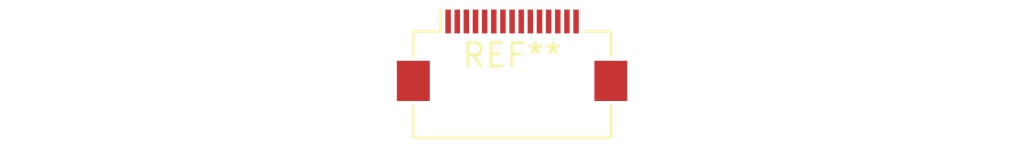
<source format=kicad_pcb>
(kicad_pcb (version 20240108) (generator pcbnew)
  (layers (0 "F.Cu" signal) (31 "B.Cu" signal) (34 "B.Paste" user) (35 "F.Paste" user) (36 "B.SilkS" user "B.Silkscreen") (37 "F.SilkS" user "F.Silkscreen") (38 "B.Mask" user) (39 "F.Mask" user) (44 "Edge.Cuts" user))
  (net 0 "")
  (footprint "Hirose_FH12-15S-0.5SH_1x15-1MP_P0.50mm_Horizontal" (layer "F.Cu") (at 0 0)
    (property "Reference" "REF**")
    (property "Value" "Hirose_FH12-15S-0.5SH_1x15-1MP_P0.50mm_Horizontal")
    (fp_line (start -5.4 -1.3) (end -5.4 0.04) (layer "F.SilkS") (stroke (width 0.12)))
    (fp_line (start -5.4 2.76) (end -5.4 4.5) (layer "F.SilkS") (stroke (width 0.12)))
    (fp_line (start -5.4 4.5) (end 5.4 4.5) (layer "F.SilkS") (stroke (width 0.12)))
    (fp_line (start -3.91 -1.3) (end -5.4 -1.3) (layer "F.SilkS") (stroke (width 0.12)))
    (fp_line (start -3.91 -1.3) (end -3.91 -2.5) (layer "F.SilkS") (stroke (width 0.12)))
    (fp_line (start 3.91 -1.3) (end 5.4 -1.3) (layer "F.SilkS") (stroke (width 0.12)))
    (fp_line (start 5.4 -1.3) (end 5.4 0.04) (layer "F.SilkS") (stroke (width 0.12)))
    (fp_line (start 5.4 4.5) (end 5.4 2.76) (layer "F.SilkS") (stroke (width 0.12)))
    (pad "1" smd rect (at -3.5 -1.85) (size 0.3 1.3) (layers "F.Cu" "F.Paste" "F.Mask"))
    (pad "2" smd rect (at -3 -1.85) (size 0.3 1.3) (layers "F.Cu" "F.Paste" "F.Mask"))
    (pad "3" smd rect (at -2.5 -1.85) (size 0.3 1.3) (layers "F.Cu" "F.Paste" "F.Mask"))
    (pad "4" smd rect (at -2 -1.85) (size 0.3 1.3) (layers "F.Cu" "F.Paste" "F.Mask"))
    (pad "5" smd rect (at -1.5 -1.85) (size 0.3 1.3) (layers "F.Cu" "F.Paste" "F.Mask"))
    (pad "6" smd rect (at -1 -1.85) (size 0.3 1.3) (layers "F.Cu" "F.Paste" "F.Mask"))
    (pad "7" smd rect (at -0.5 -1.85) (size 0.3 1.3) (layers "F.Cu" "F.Paste" "F.Mask"))
    (pad "8" smd rect (at 0 -1.85) (size 0.3 1.3) (layers "F.Cu" "F.Paste" "F.Mask"))
    (pad "9" smd rect (at 0.5 -1.85) (size 0.3 1.3) (layers "F.Cu" "F.Paste" "F.Mask"))
    (pad "10" smd rect (at 1 -1.85) (size 0.3 1.3) (layers "F.Cu" "F.Paste" "F.Mask"))
    (pad "11" smd rect (at 1.5 -1.85) (size 0.3 1.3) (layers "F.Cu" "F.Paste" "F.Mask"))
    (pad "12" smd rect (at 2 -1.85) (size 0.3 1.3) (layers "F.Cu" "F.Paste" "F.Mask"))
    (pad "13" smd rect (at 2.5 -1.85) (size 0.3 1.3) (layers "F.Cu" "F.Paste" "F.Mask"))
    (pad "14" smd rect (at 3 -1.85) (size 0.3 1.3) (layers "F.Cu" "F.Paste" "F.Mask"))
    (pad "15" smd rect (at 3.5 -1.85) (size 0.3 1.3) (layers "F.Cu" "F.Paste" "F.Mask"))
    (pad "MP" smd rect (at -5.4 1.4) (size 1.8 2.2) (layers "F.Cu" "F.Paste" "F.Mask"))
    (pad "MP" smd rect (at 5.4 1.4) (size 1.8 2.2) (layers "F.Cu" "F.Paste" "F.Mask"))
  )
)
</source>
